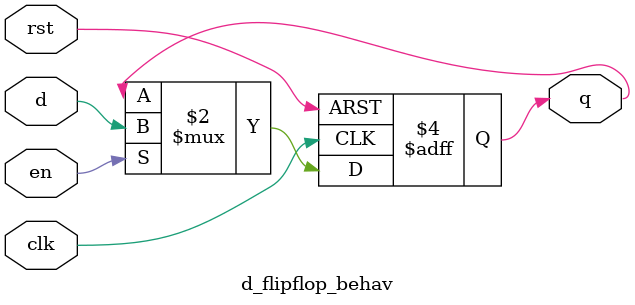
<source format=sv>
module d_flipflop_behav(
  input  logic clk,
  input  logic rst,
  input  logic d,
  input  logic en,
  output logic q
);

always_ff @(posedge clk or posedge rst) begin
  if (rst)
    q <= 0;
  else if (en)
    q <= d;
end

endmodule

</source>
